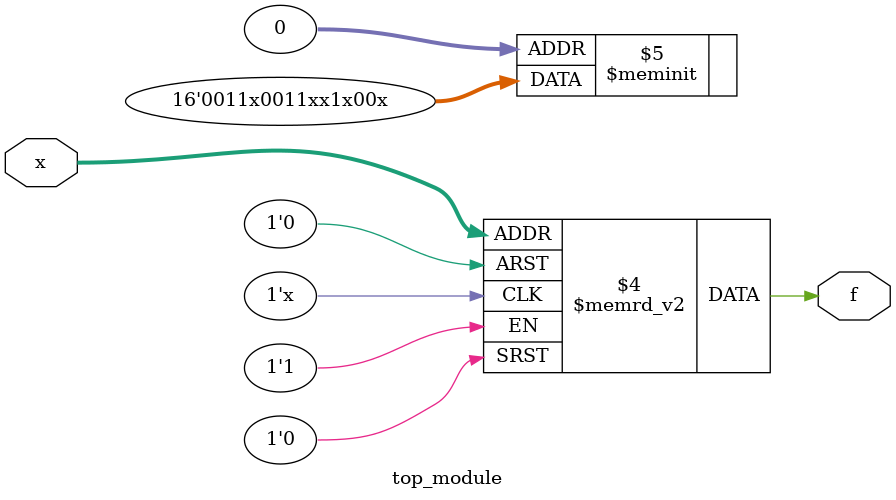
<source format=sv>
module top_module (
    input [4:1] x,
    output logic f
);

always_comb begin
    case ({x[4], x[3], x[2], x[1]})
        4'b0001: f = 1'b0;
        4'b0010: f = 1'b0;
        4'b0100: f = 1'b1;
        4'b0111: f = 1'b1;
        4'b1000: f = 1'b1;
        4'b1001: f = 1'b0;
        4'b1010: f = 1'b0;
        4'b1100: f = 1'b1;
        4'b1101: f = 1'b1;
        4'b1110: f = 1'b0;
        4'b1111: f = 1'b0;
        default: f = 1'bx; // Don't-care condition
    endcase
end

endmodule

</source>
